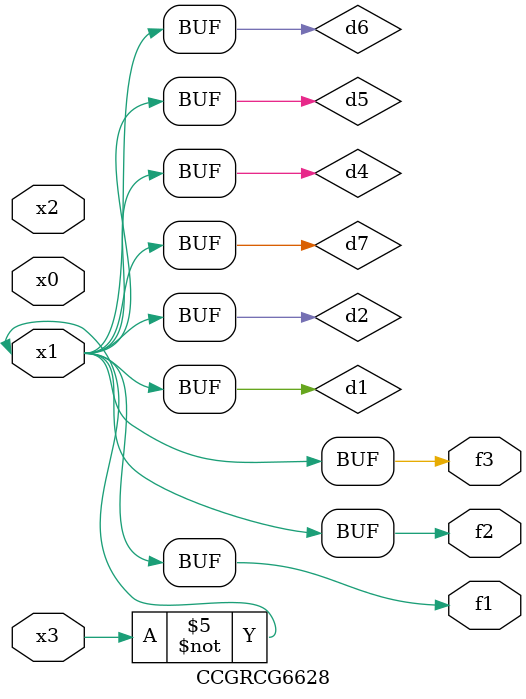
<source format=v>
module CCGRCG6628(
	input x0, x1, x2, x3,
	output f1, f2, f3
);

	wire d1, d2, d3, d4, d5, d6, d7;

	not (d1, x3);
	buf (d2, x1);
	xnor (d3, d1, d2);
	nor (d4, d1);
	buf (d5, d1, d2);
	buf (d6, d4, d5);
	nand (d7, d4);
	assign f1 = d6;
	assign f2 = d7;
	assign f3 = d6;
endmodule

</source>
